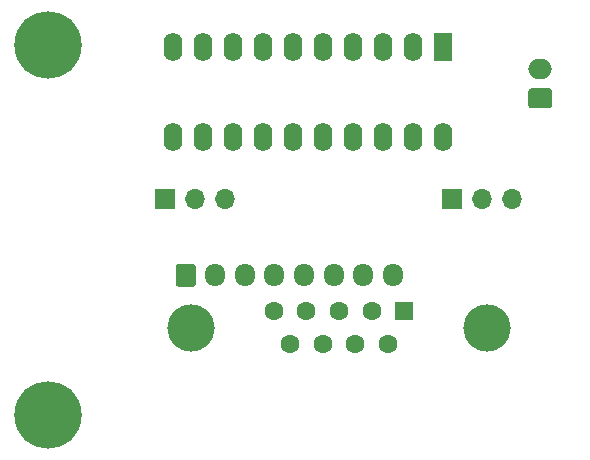
<source format=gbr>
%TF.GenerationSoftware,KiCad,Pcbnew,5.1.8+dfsg1-1+b1*%
%TF.CreationDate,2021-07-20T03:33:59+03:00*%
%TF.ProjectId,gbs-cgaega,6762732d-6367-4616-9567-612e6b696361,rev?*%
%TF.SameCoordinates,Original*%
%TF.FileFunction,Soldermask,Bot*%
%TF.FilePolarity,Negative*%
%FSLAX46Y46*%
G04 Gerber Fmt 4.6, Leading zero omitted, Abs format (unit mm)*
G04 Created by KiCad (PCBNEW 5.1.8+dfsg1-1+b1) date 2021-07-20 03:33:59*
%MOMM*%
%LPD*%
G01*
G04 APERTURE LIST*
%ADD10C,5.700000*%
%ADD11O,1.600000X2.400000*%
%ADD12R,1.600000X2.400000*%
%ADD13R,1.600000X1.600000*%
%ADD14C,1.600000*%
%ADD15C,4.000000*%
%ADD16O,2.000000X1.700000*%
%ADD17O,1.700000X1.950000*%
%ADD18R,1.700000X1.700000*%
%ADD19O,1.700000X1.700000*%
G04 APERTURE END LIST*
D10*
%TO.C,H3*%
X112800000Y-95300000D03*
%TD*%
%TO.C,H1*%
X112800000Y-126700000D03*
%TD*%
D11*
%TO.C,U1*%
X146250000Y-103120000D03*
X123390000Y-95500000D03*
X143710000Y-103120000D03*
X125930000Y-95500000D03*
X141170000Y-103120000D03*
X128470000Y-95500000D03*
X138630000Y-103120000D03*
X131010000Y-95500000D03*
X136090000Y-103120000D03*
X133550000Y-95500000D03*
X133550000Y-103120000D03*
X136090000Y-95500000D03*
X131010000Y-103120000D03*
X138630000Y-95500000D03*
X128470000Y-103120000D03*
X141170000Y-95500000D03*
X125930000Y-103120000D03*
X143710000Y-95500000D03*
X123390000Y-103120000D03*
D12*
X146250000Y-95500000D03*
%TD*%
D13*
%TO.C,J1*%
X143000000Y-117850000D03*
D14*
X140230000Y-117850000D03*
X137460000Y-117850000D03*
X134690000Y-117850000D03*
X131920000Y-117850000D03*
X141615000Y-120690000D03*
X138845000Y-120690000D03*
X136075000Y-120690000D03*
X133305000Y-120690000D03*
D15*
X124960000Y-119270000D03*
X149960000Y-119270000D03*
%TD*%
%TO.C,J2*%
G36*
G01*
X155250000Y-100700000D02*
X153750000Y-100700000D01*
G75*
G02*
X153500000Y-100450000I0J250000D01*
G01*
X153500000Y-99250000D01*
G75*
G02*
X153750000Y-99000000I250000J0D01*
G01*
X155250000Y-99000000D01*
G75*
G02*
X155500000Y-99250000I0J-250000D01*
G01*
X155500000Y-100450000D01*
G75*
G02*
X155250000Y-100700000I-250000J0D01*
G01*
G37*
D16*
X154500000Y-97350000D03*
%TD*%
%TO.C,J3*%
G36*
G01*
X123650000Y-115575000D02*
X123650000Y-114125000D01*
G75*
G02*
X123900000Y-113875000I250000J0D01*
G01*
X125100000Y-113875000D01*
G75*
G02*
X125350000Y-114125000I0J-250000D01*
G01*
X125350000Y-115575000D01*
G75*
G02*
X125100000Y-115825000I-250000J0D01*
G01*
X123900000Y-115825000D01*
G75*
G02*
X123650000Y-115575000I0J250000D01*
G01*
G37*
D17*
X127000000Y-114850000D03*
X129500000Y-114850000D03*
X132000000Y-114850000D03*
X134500000Y-114850000D03*
X137000000Y-114850000D03*
X139500000Y-114850000D03*
X142000000Y-114850000D03*
%TD*%
D18*
%TO.C,SW1*%
X147000000Y-108350000D03*
D19*
X149540000Y-108350000D03*
X152080000Y-108350000D03*
%TD*%
%TO.C,SW2*%
X127830000Y-108350000D03*
X125290000Y-108350000D03*
D18*
X122750000Y-108350000D03*
%TD*%
M02*

</source>
